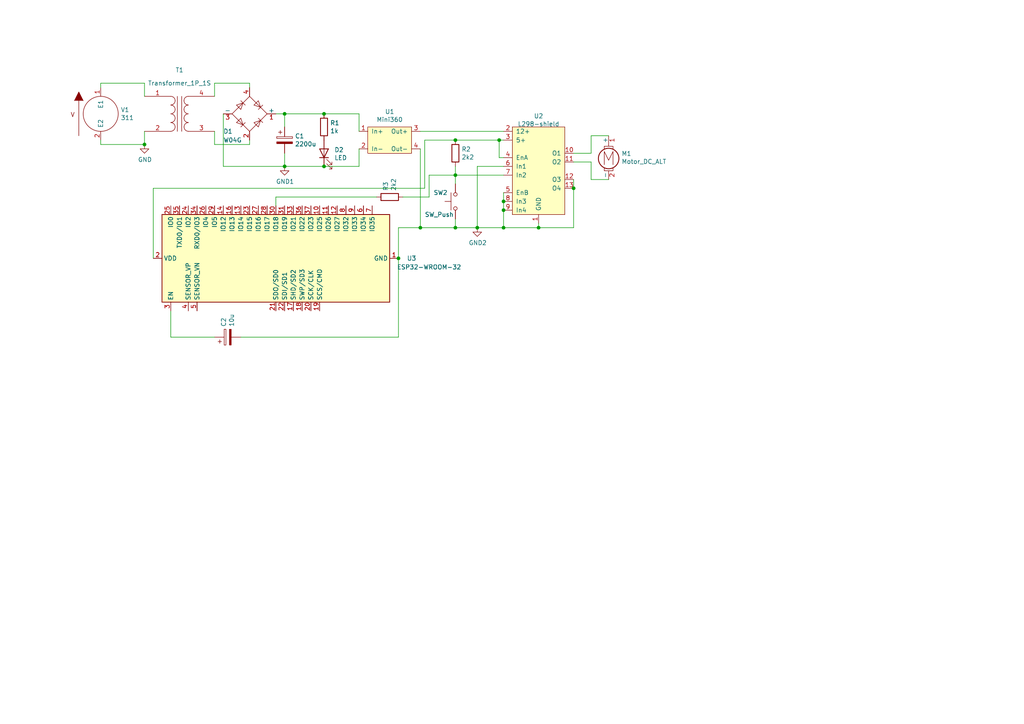
<source format=kicad_sch>
(kicad_sch (version 20211123) (generator eeschema)
  (paper "A4")
  (lib_symbols
    (symbol "Converter_DCDC:Mini360" (pin_names (offset 1.016))
      (property "Reference" "U" (at 0 6.35 0))
      (property "Value" "Converter_DCDC_Mini360" (at 0 8.89 0))
      (symbol "Mini360_0_1"
        (rectangle (start -6.35 3.81) (end 6.35 -3.81) (fill (type background)))
      )
      (symbol "Mini360_1_1"
        (pin input line (at -8.89 2.54 0) (length 2.54) (name "In+") (number "1"))
        (pin input line (at -8.89 -2.54 0) (length 2.54) (name "In-") (number "2"))
        (pin output line (at 8.89 2.54 180) (length 2.54) (name "Out+") (number "3"))
        (pin output line (at 8.89 -2.54 180) (length 2.54) (name "Out-") (number "4"))
      )
    )
    (symbol "Device:CP" (pin_numbers hide) (pin_names (offset 0.254))
      (property "Reference" "C" (at 0.635 2.54 0))
      (property "Value" "Device_CP" (at 0.635 -2.54 0))
      (symbol "CP_0_1"
        (rectangle (start -2.286 0.508) (end 2.286 1.016))
        (polyline (pts (xy -1.778 2.286) (xy -0.762 2.286)))
        (polyline (pts (xy -1.27 2.794) (xy -1.27 1.778)))
        (rectangle (start 2.286 -0.508) (end -2.286 -1.016) (fill (type outline)))
      )
      (symbol "CP_1_1"
        (pin passive line (at 0 3.81 270) (length 2.794) (name "~") (number "1"))
        (pin passive line (at 0 -3.81 90) (length 2.794) (name "~") (number "2"))
      )
    )
    (symbol "Device:LED" (pin_numbers hide) (pin_names (offset 1.016) hide)
      (property "Reference" "D" (at 0 2.54 0))
      (property "Value" "LED" (at 0 -2.54 0))
      (symbol "LED_0_1"
        (polyline (pts (xy -1.27 -1.27) (xy -1.27 1.27)) (stroke (width 0.254)))
        (polyline (pts (xy -1.27 0) (xy 1.27 0)))
        (polyline (pts (xy 1.27 -1.27) (xy 1.27 1.27) (xy -1.27 0) (xy 1.27 -1.27)) (stroke (width 0.254)))
        (polyline (pts (xy -3.048 -0.762) (xy -4.572 -2.286) (xy -3.81 -2.286) (xy -4.572 -2.286) (xy -4.572 -1.524)))
        (polyline (pts (xy -1.778 -0.762) (xy -3.302 -2.286) (xy -2.54 -2.286) (xy -3.302 -2.286) (xy -3.302 -1.524)))
      )
      (symbol "LED_1_1"
        (pin passive line (at -3.81 0 0) (length 2.54) (name "K") (number "1"))
        (pin passive line (at 3.81 0 180) (length 2.54) (name "A") (number "2"))
      )
    )
    (symbol "Device:R" (pin_numbers hide) (pin_names (offset 0))
      (property "Reference" "R" (at 2.032 0 90))
      (property "Value" "R" (at 0 0 90))
      (symbol "R_0_1"
        (rectangle (start -1.016 -2.54) (end 1.016 2.54) (stroke (width 0.254)))
      )
      (symbol "R_1_1"
        (pin passive line (at 0 3.81 270) (length 1.27) (name "~") (number "1"))
        (pin passive line (at 0 -3.81 90) (length 1.27) (name "~") (number "2"))
      )
    )
    (symbol "Device:Transformer_1P_1S" (pin_names (offset 1.016) hide)
      (property "Reference" "T" (at 0 6.35 0))
      (property "Value" "Transformer_1P_1S" (at 0 -7.62 0))
      (symbol "Transformer_1P_1S_0_1"
        (arc (start -2.54 -5.0546) (mid -1.6561 -4.6863) (end -1.27 -3.81))
        (arc (start -2.54 -2.5146) (mid -1.6561 -2.1463) (end -1.27 -1.27))
        (arc (start -2.54 0.0254) (mid -1.6561 0.3937) (end -1.27 1.27))
        (arc (start -2.54 2.5654) (mid -1.6561 2.9337) (end -1.27 3.81))
        (arc (start -1.27 -3.81) (mid -1.642 -2.912) (end -2.54 -2.54))
        (arc (start -1.27 -1.27) (mid -1.642 -0.372) (end -2.54 0))
        (arc (start -1.27 1.27) (mid -1.642 2.168) (end -2.54 2.54))
        (arc (start -1.27 3.81) (mid -1.642 4.708) (end -2.54 5.08))
        (polyline (pts (xy -0.635 5.08) (xy -0.635 -5.08)))
        (polyline (pts (xy 0.635 -5.08) (xy 0.635 5.08)))
        (arc (start 1.2954 -1.27) (mid 1.6599 -2.1501) (end 2.54 -2.5146))
        (arc (start 1.2954 1.27) (mid 1.6599 0.3899) (end 2.54 0.0254))
        (arc (start 1.2954 3.81) (mid 1.6599 2.9299) (end 2.54 2.5654))
        (arc (start 1.3208 -3.81) (mid 1.6853 -4.6901) (end 2.5654 -5.0546))
        (arc (start 2.54 0) (mid 1.6456 -0.3683) (end 1.2954 -1.27))
        (arc (start 2.54 2.54) (mid 1.6456 2.1717) (end 1.2954 1.27))
        (arc (start 2.54 5.08) (mid 1.6456 4.7117) (end 1.2954 3.81))
        (arc (start 2.5654 -2.54) (mid 1.671 -2.9083) (end 1.3208 -3.81))
      )
      (symbol "Transformer_1P_1S_1_1"
        (pin passive line (at -10.16 5.08 0) (length 7.62) (name "AA") (number "1"))
        (pin passive line (at -10.16 -5.08 0) (length 7.62) (name "AB") (number "2"))
        (pin passive line (at 10.16 -5.08 180) (length 7.62) (name "SA") (number "3"))
        (pin passive line (at 10.16 5.08 180) (length 7.62) (name "SB") (number "4"))
      )
    )
    (symbol "Diode_Bridge:W04G" (pin_names (offset 0))
      (property "Reference" "D" (at 2.54 6.985 0))
      (property "Value" "W04G" (at 2.54 5.08 0))
      (symbol "W04G_0_1"
        (polyline (pts (xy -2.54 3.81) (xy -1.27 2.54)))
        (polyline (pts (xy -1.27 -2.54) (xy -2.54 -3.81)))
        (polyline (pts (xy 2.54 -1.27) (xy 3.81 -2.54)))
        (polyline (pts (xy 2.54 1.27) (xy 3.81 2.54)))
        (polyline (pts (xy -3.81 2.54) (xy -2.54 1.27) (xy -1.905 3.175) (xy -3.81 2.54)))
        (polyline (pts (xy -2.54 -1.27) (xy -3.81 -2.54) (xy -1.905 -3.175) (xy -2.54 -1.27)))
        (polyline (pts (xy 1.27 2.54) (xy 2.54 3.81) (xy 3.175 1.905) (xy 1.27 2.54)))
        (polyline (pts (xy 3.175 -1.905) (xy 1.27 -2.54) (xy 2.54 -3.81) (xy 3.175 -1.905)))
        (polyline (pts (xy -5.08 0) (xy 0 -5.08) (xy 5.08 0) (xy 0 5.08) (xy -5.08 0)))
      )
      (symbol "W04G_1_1"
        (pin passive line (at 7.62 0 180) (length 2.54) (name "+") (number "1"))
        (pin passive line (at 0 -7.62 90) (length 2.54) (name "~") (number "2"))
        (pin passive line (at -7.62 0 0) (length 2.54) (name "-") (number "3"))
        (pin passive line (at 0 7.62 270) (length 2.54) (name "~") (number "4"))
      )
    )
    (symbol "Driver_Motor:L298-shield" (pin_names (offset 1.016))
      (property "Reference" "U" (at 0 17.78 0))
      (property "Value" "Driver_Motor_L298-shield" (at 0 15.24 0))
      (symbol "L298-shield_0_1"
        (rectangle (start -7.62 12.7) (end 7.62 -12.7) (fill (type background)))
      )
      (symbol "L298-shield_1_1"
        (pin input line (at 0 -15.24 90) (length 2.54) (name "GND") (number "1"))
        (pin output line (at 10.16 5.08 180) (length 2.54) (name "O1") (number "10"))
        (pin output line (at 10.16 2.54 180) (length 2.54) (name "O2") (number "11"))
        (pin output line (at 10.16 -2.54 180) (length 2.54) (name "O3") (number "12"))
        (pin output line (at 10.16 -5.08 180) (length 2.54) (name "O4") (number "13"))
        (pin input line (at -10.16 11.43 0) (length 2.54) (name "12+") (number "2"))
        (pin output line (at -10.16 8.89 0) (length 2.54) (name "5+") (number "3"))
        (pin output line (at -10.16 3.81 0) (length 2.54) (name "EnA") (number "4"))
        (pin output line (at -10.16 -6.35 0) (length 2.54) (name "EnB") (number "5"))
        (pin output line (at -10.16 1.27 0) (length 2.54) (name "In1") (number "6"))
        (pin output line (at -10.16 -1.27 0) (length 2.54) (name "In2") (number "7"))
        (pin output line (at -10.16 -8.89 0) (length 2.54) (name "In3") (number "8"))
        (pin output line (at -10.16 -11.43 0) (length 2.54) (name "In4") (number "9"))
      )
    )
    (symbol "Motor:Motor_DC_ALT" (pin_names (offset 0))
      (property "Reference" "M" (at 2.54 2.54 0))
      (property "Value" "Motor_DC_ALT" (at 2.54 -5.08 0))
      (symbol "Motor_DC_ALT_0_0"
        (circle (center 0 -1.524) (radius 2.9718) (stroke (width 0.254)))
        (polyline (pts (xy -1.27 -4.318) (xy -1.27 -5.08) (xy 1.27 -5.08) (xy 1.27 -4.318)))
        (polyline (pts (xy -1.27 1.27) (xy -1.27 2.032) (xy 1.27 2.032) (xy 1.27 1.27)))
        (polyline (pts (xy -1.27 -3.302) (xy -1.27 0.508) (xy 0 -2.032) (xy 1.27 0.508) (xy 1.27 -3.302)))
      )
      (symbol "Motor_DC_ALT_0_1"
        (polyline (pts (xy 0 2.032) (xy 0 2.54)))
      )
      (symbol "Motor_DC_ALT_1_1"
        (pin passive line (at 0 5.08 270) (length 2.54) (name "+") (number "1"))
        (pin passive line (at 0 -7.62 90) (length 2.54) (name "-") (number "2"))
      )
    )
    (symbol "RF_Module:ESP32-WROOM-32"
      (property "Reference" "U" (at -12.7 34.29 0))
      (property "Value" "ESP32-WROOM-32" (at 1.27 34.29 0))
      (symbol "ESP32-WROOM-32_0_1"
        (rectangle (start -12.7 33.02) (end 12.7 -33.02) (stroke (width 0.254)) (fill (type background)))
      )
      (symbol "ESP32-WROOM-32_1_1"
        (pin power_in line (at 0 -35.56 90) (length 2.54) (name "GND") (number "1"))
        (pin bidirectional line (at 15.24 -12.7 180) (length 2.54) (name "IO25") (number "10"))
        (pin bidirectional line (at 15.24 -15.24 180) (length 2.54) (name "IO26") (number "11"))
        (pin bidirectional line (at 15.24 -17.78 180) (length 2.54) (name "IO27") (number "12"))
        (pin bidirectional line (at 15.24 10.16 180) (length 2.54) (name "IO14") (number "13"))
        (pin bidirectional line (at 15.24 15.24 180) (length 2.54) (name "IO12") (number "14"))
        (pin passive line (at 0 -35.56 90) (length 2.54) hide (name "GND") (number "15"))
        (pin bidirectional line (at 15.24 12.7 180) (length 2.54) (name "IO13") (number "16"))
        (pin bidirectional line (at -15.24 -5.08 0) (length 2.54) (name "SHD/SD2") (number "17"))
        (pin bidirectional line (at -15.24 -7.62 0) (length 2.54) (name "SWP/SD3") (number "18"))
        (pin bidirectional line (at -15.24 -12.7 0) (length 2.54) (name "SCS/CMD") (number "19"))
        (pin power_in line (at 0 35.56 270) (length 2.54) (name "VDD") (number "2"))
        (pin bidirectional line (at -15.24 -10.16 0) (length 2.54) (name "SCK/CLK") (number "20"))
        (pin bidirectional line (at -15.24 0 0) (length 2.54) (name "SDO/SD0") (number "21"))
        (pin bidirectional line (at -15.24 -2.54 0) (length 2.54) (name "SDI/SD1") (number "22"))
        (pin bidirectional line (at 15.24 7.62 180) (length 2.54) (name "IO15") (number "23"))
        (pin bidirectional line (at 15.24 25.4 180) (length 2.54) (name "IO2") (number "24"))
        (pin bidirectional line (at 15.24 30.48 180) (length 2.54) (name "IO0") (number "25"))
        (pin bidirectional line (at 15.24 20.32 180) (length 2.54) (name "IO4") (number "26"))
        (pin bidirectional line (at 15.24 5.08 180) (length 2.54) (name "IO16") (number "27"))
        (pin bidirectional line (at 15.24 2.54 180) (length 2.54) (name "IO17") (number "28"))
        (pin bidirectional line (at 15.24 17.78 180) (length 2.54) (name "IO5") (number "29"))
        (pin input line (at -15.24 30.48 0) (length 2.54) (name "EN") (number "3"))
        (pin bidirectional line (at 15.24 0 180) (length 2.54) (name "IO18") (number "30"))
        (pin bidirectional line (at 15.24 -2.54 180) (length 2.54) (name "IO19") (number "31"))
        (pin no_connect line (at -12.7 -27.94 0) (length 2.54) hide (name "NC") (number "32"))
        (pin bidirectional line (at 15.24 -5.08 180) (length 2.54) (name "IO21") (number "33"))
        (pin bidirectional line (at 15.24 22.86 180) (length 2.54) (name "RXD0/IO3") (number "34"))
        (pin bidirectional line (at 15.24 27.94 180) (length 2.54) (name "TXD0/IO1") (number "35"))
        (pin bidirectional line (at 15.24 -7.62 180) (length 2.54) (name "IO22") (number "36"))
        (pin bidirectional line (at 15.24 -10.16 180) (length 2.54) (name "IO23") (number "37"))
        (pin passive line (at 0 -35.56 90) (length 2.54) hide (name "GND") (number "38"))
        (pin passive line (at 0 -35.56 90) (length 2.54) hide (name "GND") (number "39"))
        (pin input line (at -15.24 25.4 0) (length 2.54) (name "SENSOR_VP") (number "4"))
        (pin input line (at -15.24 22.86 0) (length 2.54) (name "SENSOR_VN") (number "5"))
        (pin input line (at 15.24 -25.4 180) (length 2.54) (name "IO34") (number "6"))
        (pin input line (at 15.24 -27.94 180) (length 2.54) (name "IO35") (number "7"))
        (pin bidirectional line (at 15.24 -20.32 180) (length 2.54) (name "IO32") (number "8"))
        (pin bidirectional line (at 15.24 -22.86 180) (length 2.54) (name "IO33") (number "9"))
      )
    )
    (symbol "Switch:SW_Push" (pin_numbers hide) (pin_names (offset 1.016) hide)
      (property "Reference" "SW" (at 1.27 2.54 0))
      (property "Value" "SW_Push" (at 0 -1.524 0))
      (symbol "SW_Push_0_1"
        (circle (center -2.032 0) (radius 0.508))
        (polyline (pts (xy 0 1.27) (xy 0 3.048)))
        (polyline (pts (xy 2.54 1.27) (xy -2.54 1.27)))
        (circle (center 2.032 0) (radius 0.508))
        (pin passive line (at -5.08 0 0) (length 2.54) (name "1") (number "1"))
        (pin passive line (at 5.08 0 180) (length 2.54) (name "2") (number "2"))
      )
    )
    (symbol "power:GND" (power) (pin_names (offset 0))
      (property "Value" "GND" (at 0 -3.81 0))
      (symbol "GND_0_1"
        (polyline (pts (xy 0 0) (xy 0 -1.27) (xy 1.27 -1.27) (xy 0 -2.54) (xy -1.27 -1.27) (xy 0 -1.27)))
      )
      (symbol "GND_1_1"
        (pin power_in line (at 0 0 270) (length 0) hide (name "GND") (number "1"))
      )
    )
    (symbol "power:GND1" (power) (pin_names (offset 0))
      (property "Value" "GND1" (at 0 -3.81 0))
      (symbol "GND1_0_1"
        (polyline (pts (xy 0 0) (xy 0 -1.27) (xy 1.27 -1.27) (xy 0 -2.54) (xy -1.27 -1.27) (xy 0 -1.27)))
      )
      (symbol "GND1_1_1"
        (pin power_in line (at 0 0 270) (length 0) hide (name "GND1") (number "1"))
      )
    )
    (symbol "power:GND2" (power) (pin_names (offset 0))
      (property "Value" "GND2" (at 0 -3.81 0))
      (symbol "GND2_0_1"
        (polyline (pts (xy 0 0) (xy 0 -1.27) (xy 1.27 -1.27) (xy 0 -2.54) (xy -1.27 -1.27) (xy 0 -1.27)))
      )
      (symbol "GND2_1_1"
        (pin power_in line (at 0 0 270) (length 0) hide (name "GND2") (number "1"))
      )
    )
    (symbol "pspice:VSOURCE" (pin_names (offset 1.016))
      (property "Reference" "V" (at -6.35 7.62 0))
      (property "Value" "VSOURCE" (at 0 0 0))
      (symbol "VSOURCE_0_1"
        (polyline (pts (xy -6.35 -6.35) (xy -6.35 3.81)) (fill (type outline)))
        (polyline (pts (xy -7.62 3.81) (xy -6.35 6.35) (xy -5.08 3.81)) (fill (type outline)))
        (circle (center 0 0) (radius 5.08))
        (text "V" (at -8.128 -0.254 0) (effects (font (size 1.27 1.27))))
      )
      (symbol "VSOURCE_1_1"
        (pin input line (at 0 7.62 270) (length 2.54) (name "E1") (number "1"))
        (pin input line (at 0 -7.62 90) (length 2.54) (name "E2") (number "2"))
      )
    )
  )
  (junction (at 146.05 58.42))
  (junction (at 132.08 50.8))
  (junction (at 93.98 48.26))
  (junction (at 146.05 60.96))
  (junction (at 166.37 54.61))
  (junction (at 121.92 66.04))
  (junction (at 144.78 40.64))
  (junction (at 146.05 66.04))
  (junction (at 132.08 40.64))
  (junction (at 138.43 66.04))
  (junction (at 132.08 66.04))
  (junction (at 115.57 74.93))
  (junction (at 82.55 48.26))
  (junction (at 41.91 41.91))
  (junction (at 93.98 33.02))
  (junction (at 82.55 33.02))
  (junction (at 156.21 66.04))
  (wire (pts (xy 138.43 48.26) (xy 146.05 48.26)))
  (wire (pts (xy 121.92 66.04) (xy 132.08 66.04)))
  (wire (pts (xy 156.21 66.04) (xy 166.37 66.04)))
  (wire (pts (xy 72.39 24.13) (xy 62.23 24.13)))
  (wire (pts (xy 171.45 46.99) (xy 171.45 52.07)))
  (wire (pts (xy 121.92 43.18) (xy 121.92 66.04)))
  (wire (pts (xy 124.46 50.8) (xy 132.08 50.8)))
  (wire (pts (xy 171.45 52.07) (xy 176.53 52.07)))
  (wire (pts (xy 62.23 41.91) (xy 62.23 38.1)))
  (wire (pts (xy 115.57 97.79) (xy 115.57 74.93)))
  (wire (pts (xy 166.37 44.45) (xy 171.45 44.45)))
  (wire (pts (xy 132.08 50.8) (xy 146.05 50.8)))
  (wire (pts (xy 41.91 24.13) (xy 29.21 24.13)))
  (wire (pts (xy 166.37 52.07) (xy 166.37 54.61)))
  (wire (pts (xy 49.53 90.17) (xy 49.53 97.79)))
  (wire (pts (xy 44.45 54.61) (xy 123.19 54.61)))
  (wire (pts (xy 41.91 27.94) (xy 41.91 24.13)))
  (wire (pts (xy 29.21 24.13) (xy 29.21 25.4)))
  (wire (pts (xy 82.55 48.26) (xy 82.55 44.45)))
  (wire (pts (xy 93.98 33.02) (xy 104.14 33.02)))
  (wire (pts (xy 72.39 40.64) (xy 72.39 41.91)))
  (wire (pts (xy 64.77 48.26) (xy 64.77 33.02)))
  (wire (pts (xy 132.08 48.26) (xy 132.08 50.8)))
  (wire (pts (xy 166.37 54.61) (xy 166.37 66.04)))
  (wire (pts (xy 146.05 60.96) (xy 146.05 66.04)))
  (wire (pts (xy 29.21 41.91) (xy 41.91 41.91)))
  (wire (pts (xy 132.08 63.5) (xy 132.08 66.04)))
  (wire (pts (xy 29.21 40.64) (xy 29.21 41.91)))
  (wire (pts (xy 132.08 66.04) (xy 138.43 66.04)))
  (wire (pts (xy 72.39 25.4) (xy 72.39 24.13)))
  (wire (pts (xy 82.55 48.26) (xy 64.77 48.26)))
  (wire (pts (xy 146.05 55.88) (xy 146.05 58.42)))
  (wire (pts (xy 115.57 66.04) (xy 121.92 66.04)))
  (wire (pts (xy 44.45 74.93) (xy 44.45 54.61)))
  (wire (pts (xy 41.91 41.91) (xy 41.91 38.1)))
  (wire (pts (xy 144.78 45.72) (xy 146.05 45.72)))
  (wire (pts (xy 62.23 24.13) (xy 62.23 27.94)))
  (wire (pts (xy 138.43 48.26) (xy 138.43 66.04)))
  (wire (pts (xy 171.45 39.37) (xy 176.53 39.37)))
  (wire (pts (xy 69.85 97.79) (xy 115.57 97.79)))
  (wire (pts (xy 93.98 48.26) (xy 104.14 48.26)))
  (wire (pts (xy 146.05 40.64) (xy 144.78 40.64)))
  (wire (pts (xy 72.39 41.91) (xy 62.23 41.91)))
  (wire (pts (xy 156.21 64.77) (xy 156.21 66.04)))
  (wire (pts (xy 121.92 38.1) (xy 146.05 38.1)))
  (wire (pts (xy 93.98 48.26) (xy 82.55 48.26)))
  (wire (pts (xy 123.19 40.64) (xy 132.08 40.64)))
  (wire (pts (xy 80.01 57.15) (xy 109.22 57.15)))
  (wire (pts (xy 146.05 66.04) (xy 156.21 66.04)))
  (wire (pts (xy 123.19 54.61) (xy 123.19 40.64)))
  (wire (pts (xy 82.55 33.02) (xy 82.55 36.83)))
  (wire (pts (xy 171.45 44.45) (xy 171.45 39.37)))
  (wire (pts (xy 124.46 57.15) (xy 124.46 50.8)))
  (wire (pts (xy 146.05 58.42) (xy 146.05 60.96)))
  (wire (pts (xy 104.14 48.26) (xy 104.14 43.18)))
  (wire (pts (xy 132.08 40.64) (xy 144.78 40.64)))
  (wire (pts (xy 62.23 97.79) (xy 49.53 97.79)))
  (wire (pts (xy 80.01 33.02) (xy 82.55 33.02)))
  (wire (pts (xy 104.14 33.02) (xy 104.14 38.1)))
  (wire (pts (xy 115.57 74.93) (xy 115.57 66.04)))
  (wire (pts (xy 166.37 46.99) (xy 171.45 46.99)))
  (wire (pts (xy 144.78 40.64) (xy 144.78 45.72)))
  (wire (pts (xy 116.84 57.15) (xy 124.46 57.15)))
  (wire (pts (xy 82.55 33.02) (xy 93.98 33.02)))
  (wire (pts (xy 132.08 50.8) (xy 132.08 53.34)))
  (wire (pts (xy 138.43 66.04) (xy 146.05 66.04)))
  (wire (pts (xy 80.01 59.69) (xy 80.01 57.15)))
  (symbol (lib_id "Device:Transformer_1P_1S") (at 52.07 33.02 0) (unit 1)
    (property "Reference" "T1" (at 52.07 20.32 0))
    (property "Value" "Transformer_1P_1S" (at 52.07 24.13 0))
    (property "Spice_Primitive" "X" (effects hide))
    (property "Spice_Model" "Transformer_1P_1S" (effects hide))
    (property "Spice_Netlist_Enabled" "Y" (effects hide))
  )
  (symbol (lib_id "Diode_Bridge:W04G") (at 72.39 33.02 0) (unit 1)
    (property "Reference" "D1" (at 64.77 38.1 0) (effects (justify left)))
    (property "Value" "W04G" (at 64.77 40.64 0) (effects (justify left)))
    (property "Footprint" "Diode_THT:Diode_Bridge_Round_D9.8mm" (effects hide))
    (property "Datasheet" "https://www.vishay.com/docs/88769/woo5g.pdf" (effects hide))
  )
  (symbol (lib_id "Device:CP") (at 82.55 40.64 0) (unit 1)
    (property "Reference" "C1" (at 85.5472 39.4716 0) (effects (justify left)))
    (property "Value" "2200u" (at 85.5472 41.783 0) (effects (justify left)))
  )
  (symbol (lib_id "Device:LED") (at 93.98 44.45 90) (unit 1)
    (property "Reference" "D2" (at 96.9772 43.4594 90) (effects (justify right)))
    (property "Value" "LED" (at 96.9772 45.7708 90) (effects (justify right)))
  )
  (symbol (lib_id "pspice:VSOURCE") (at 29.21 33.02 0) (unit 1)
    (property "Reference" "V1" (at 35.0012 31.8516 0) (effects (justify left)))
    (property "Value" "311" (at 35.0012 34.163 0) (effects (justify left)))
    (property "Spice_Primitive" "V" (effects hide))
    (property "Spice_Model" "sin(0 311 50 0 0)" (effects hide))
    (property "Spice_Netlist_Enabled" "Y" (effects hide))
  )
  (symbol (lib_id "power:GND") (at 41.91 41.91 0) (unit 1)
    (property "Reference" "#PWR?" (effects hide))
    (property "Value" "GND" (at 42.037 46.3042 0))
  )
  (symbol (lib_id "Device:R") (at 93.98 36.83 0) (unit 1)
    (property "Reference" "R1" (at 95.758 35.6616 0) (effects (justify left)))
    (property "Value" "1k" (at 95.758 37.973 0) (effects (justify left)))
  )
  (symbol (lib_id "Converter_DCDC:Mini360") (at 113.03 40.64 0) (unit 1)
    (property "Reference" "U1" (at 113.03 32.385 0))
    (property "Value" "Mini360" (at 113.03 34.6964 0))
  )
  (symbol (lib_id "Driver_Motor:L298-shield") (at 156.21 49.53 0) (unit 1)
    (property "Reference" "U2" (at 156.21 33.655 0))
    (property "Value" "L298-shield" (at 156.21 35.9664 0))
  )
  (symbol (lib_id "Device:R") (at 132.08 44.45 0) (unit 1)
    (property "Reference" "R2" (at 133.858 43.2816 0) (effects (justify left)))
    (property "Value" "2k2" (at 133.858 45.593 0) (effects (justify left)))
  )
  (symbol (lib_id "Switch:SW_Push") (at 132.08 58.42 90) (mirror x) (unit 1)
    (property "Reference" "SW2" (at 125.73 55.88 90) (effects (justify right)))
    (property "Value" "SW_Push" (at 123.19 62.23 90) (effects (justify right)))
  )
  (symbol (lib_id "power:GND1") (at 82.55 48.26 0) (unit 1)
    (property "Reference" "#PWR?" (effects hide))
    (property "Value" "GND1" (at 82.677 52.6542 0))
  )
  (symbol (lib_id "power:GND2") (at 138.43 66.04 0) (unit 1)
    (property "Reference" "#PWR?" (effects hide))
    (property "Value" "GND2" (at 138.557 70.4342 0))
  )
  (symbol (lib_id "Motor:Motor_DC_ALT") (at 176.53 44.45 0) (unit 1)
    (property "Reference" "M1" (at 180.2638 44.5516 0) (effects (justify left)))
    (property "Value" "Motor_DC_ALT" (at 180.2638 46.863 0) (effects (justify left)))
  )
  (symbol (lib_id "RF_Module:ESP32-WROOM-32") (at 80.01 74.93 90) (unit 1)
    (property "Reference" "U3" (at 119.38 74.93 90))
    (property "Value" "ESP32-WROOM-32" (at 124.46 77.47 90))
    (property "Footprint" "RF_Module:ESP32-WROOM-32" (effects hide))
    (property "Datasheet" "https://www.espressif.com/sites/default/files/documentation/esp32-wroom-32_datasheet_en.pdf" (effects hide))
  )
  (symbol (lib_id "Device:R") (at 113.03 57.15 90) (unit 1)
    (property "Reference" "R3" (at 111.8616 55.372 0) (effects (justify left)))
    (property "Value" "2k2" (at 114.173 55.372 0) (effects (justify left)))
  )
  (symbol (lib_id "Device:CP") (at 66.04 97.79 90) (unit 1)
    (property "Reference" "C2" (at 64.8716 94.7928 0) (effects (justify left)))
    (property "Value" "10u" (at 67.183 94.7928 0) (effects (justify left)))
  )
)
</source>
